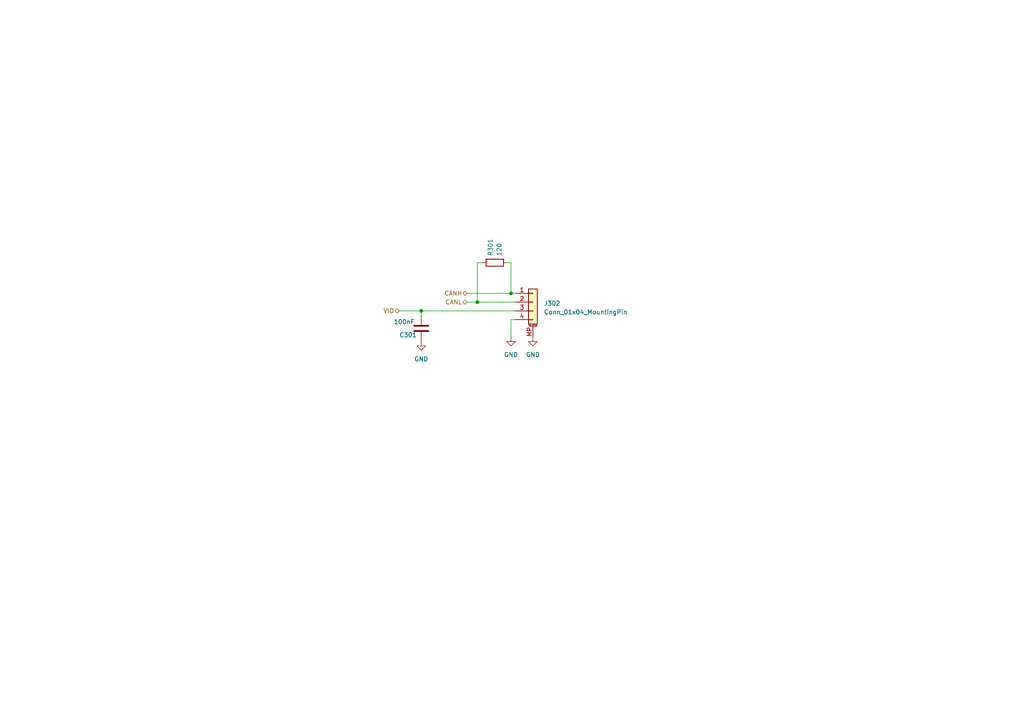
<source format=kicad_sch>
(kicad_sch (version 20250114) (generator "eeschema") (generator_version "9.0")
  (paper "A4")
  (lib_symbols
    (symbol "Connector_Generic_MountingPin:Conn_01x04_MountingPin" (pin_names (offset 1.016) (hide yes))
      (property "Reference" "J" (at 0 5.08 0))
      (property "Value" "Conn_01x04_MountingPin" (at 1.27 -7.62 0))
      (symbol "Conn_01x04_MountingPin_1_1"
        (rectangle (start -1.27 3.81) (end 1.27 -6.35) (stroke (width 0.254)) (fill (type background)))
        (rectangle (start -1.27 2.667) (end 0 2.413) (stroke (width 0.1524)))
        (rectangle (start -1.27 0.127) (end 0 -0.127) (stroke (width 0.1524)))
        (rectangle (start -1.27 -2.413) (end 0 -2.667) (stroke (width 0.1524)))
        (rectangle (start -1.27 -4.953) (end 0 -5.207) (stroke (width 0.1524)))
        (polyline (pts (xy -1.016 -7.112) (xy 1.016 -7.112)) (stroke (width 0.1524)))
        (text "Mounting" (at 0 -6.731 0) (effects (font (size 0.381 0.381))))
        (pin passive line (at -5.08 2.54 0) (length 3.81) (name "Pin_1") (number "1"))
        (pin passive line (at -5.08 0 0) (length 3.81) (name "Pin_2") (number "2"))
        (pin passive line (at -5.08 -2.54 0) (length 3.81) (name "Pin_3") (number "3"))
        (pin passive line (at -5.08 -5.08 0) (length 3.81) (name "Pin_4") (number "4"))
        (pin passive line (at 0 -10.16 90) (length 3.048) (name "MountPin") (number "MP"))
      )
    )
    (symbol "Device:C" (pin_numbers (hide yes)) (pin_names (offset 0.254))
      (property "Reference" "C" (at 0.635 2.54 0))
      (property "Value" "C" (at 0.635 -2.54 0))
      (symbol "C_0_1"
        (polyline (pts (xy -2.032 0.762) (xy 2.032 0.762)) (stroke (width 0.508)))
        (polyline (pts (xy -2.032 -0.762) (xy 2.032 -0.762)) (stroke (width 0.508)))
      )
      (symbol "C_1_1"
        (pin passive line (at 0 3.81 270) (length 2.794) (name "~") (number "1"))
        (pin passive line (at 0 -3.81 90) (length 2.794) (name "~") (number "2"))
      )
    )
    (symbol "Device:R" (pin_numbers (hide yes)) (pin_names (offset 0))
      (property "Reference" "R" (at 2.032 0 90))
      (property "Value" "R" (at 0 0 90))
      (symbol "R_0_1"
        (rectangle (start -1.016 -2.54) (end 1.016 2.54) (stroke (width 0.254)))
      )
      (symbol "R_1_1"
        (pin passive line (at 0 3.81 270) (length 1.27) (name "~") (number "1"))
        (pin passive line (at 0 -3.81 90) (length 1.27) (name "~") (number "2"))
      )
    )
    (symbol "power:GND" (power) (pin_names (offset 0))
      (property "Value" "GND" (at 0 -3.81 0))
      (symbol "GND_0_1"
        (polyline (pts (xy 0 0) (xy 0 -1.27) (xy 1.27 -1.27) (xy 0 -2.54) (xy -1.27 -1.27) (xy 0 -1.27)))
      )
      (symbol "GND_1_1"
        (pin power_in line (at 0 0 270) (length 0) (hide yes) (name "GND") (number "1"))
      )
    )
  )
  (junction (at 148.209 85.09))
  (junction (at 138.43 87.63))
  (junction (at 122.174 90.17))
  (wire (pts (xy 115.824 90.17) (xy 122.174 90.17)))
  (wire (pts (xy 122.174 90.17) (xy 149.479 90.17)))
  (wire (pts (xy 148.209 76.2) (xy 148.209 85.09)))
  (wire (pts (xy 149.479 92.71) (xy 148.209 92.71)))
  (wire (pts (xy 148.209 85.09) (xy 149.479 85.09)))
  (wire (pts (xy 138.43 76.2) (xy 139.7 76.2)))
  (wire (pts (xy 138.43 76.2) (xy 138.43 87.63)))
  (wire (pts (xy 147.32 76.2) (xy 148.209 76.2)))
  (wire (pts (xy 138.43 87.63) (xy 149.479 87.63)))
  (wire (pts (xy 135.509 87.63) (xy 138.43 87.63)))
  (wire (pts (xy 135.509 85.09) (xy 148.209 85.09)))
  (wire (pts (xy 148.209 92.71) (xy 148.209 97.79)))
  (wire (pts (xy 122.174 90.17) (xy 122.174 91.44)))
  (hierarchical_label "CANH" (shape bidirectional) (at 135.509 85.09 180))
  (hierarchical_label "CANL" (shape bidirectional) (at 135.509 87.63 180))
  (hierarchical_label "VIO" (shape bidirectional) (at 115.824 90.17 180))
  (symbol (lib_id "power:GND") (at 154.559 97.79 0) (unit 1)
    (property "Reference" "#PWR0303" (effects (hide yes)))
    (property "Value" "GND" (at 154.559 102.87 0))
  )
  (symbol (lib_id "Device:C") (at 122.174 95.25 180) (unit 1)
    (property "Reference" "C301" (at 120.904 97.155 0) (effects (justify left)))
    (property "Value" "100nF" (at 120.269 93.345 0) (effects (justify left)))
    (property "Footprint" "Capacitor_SMD:C_0402_1005Metric" (effects (hide yes)))
    (property "LCSC" "C1525" (effects (hide yes)))
  )
  (symbol (lib_id "power:GND") (at 122.174 99.06 0) (unit 1)
    (property "Reference" "#PWR0301" (effects (hide yes)))
    (property "Value" "GND" (at 122.174 104.14 0))
  )
  (symbol (lib_id "Device:R") (at 143.51 76.2 90) (unit 1)
    (property "Reference" "R301" (at 142.24 74.295 0) (effects (justify left)))
    (property "Value" "120" (at 144.78 74.295 0) (effects (justify left)))
    (property "Footprint" "Resistor_SMD:R_0402_1005Metric" (effects (hide yes)))
    (property "LCSC" "C25079" (effects (hide yes)))
  )
  (symbol (lib_id "Connector_Generic_MountingPin:Conn_01x04_MountingPin") (at 154.559 87.63 0) (unit 1)
    (property "Reference" "J302" (at 157.734 87.9856 0) (effects (justify left)))
    (property "Value" "Conn_01x04_MountingPin" (at 157.734 90.5256 0) (effects (justify left)))
    (property "Footprint" "WOBCLibrary:Grove_4P_L_SMD" (effects (hide yes)))
  )
  (symbol (lib_id "power:GND") (at 148.209 97.79 0) (unit 1)
    (property "Reference" "#PWR0302" (effects (hide yes)))
    (property "Value" "GND" (at 148.209 102.87 0))
  )
)
</source>
